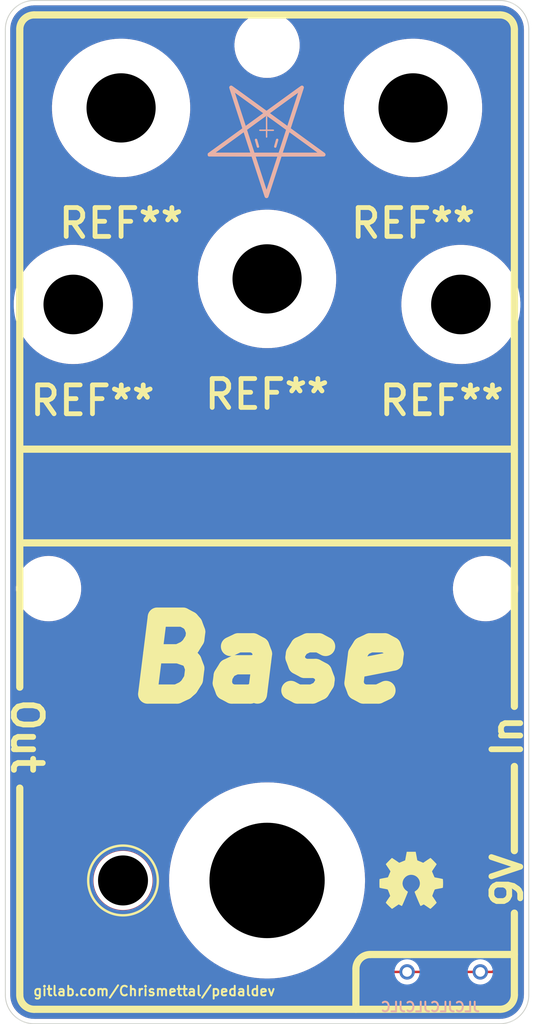
<source format=kicad_pcb>
(kicad_pcb (version 20211014) (generator pcbnew)
  (layers (0 "F.Cu" signal) (31 "B.Cu" signal) (34 "B.Paste" user) (35 "F.Paste" user) (36 "B.SilkS" user "B.Silkscreen") (37 "F.SilkS" user "F.Silkscreen") (38 "B.Mask" user) (39 "F.Mask" user) (44 "Edge.Cuts" user))
  (property "Commit" "Commit")
  (property "Link" "gitlab.com/Chrismettal/pedaldev")
  (property "Name" "Template")
  (net 0 "")
  (footprint "MeineBib:Binary_6_v0.1_tiny_silk" (layer "F.Cu") (at 167.9144 160.4512)
    (fp_text reference "H7" hide)
    (fp_text value "Symbol_Binary6" hide)
    (fp_text user "Binary-6" (at -2.0654 0.8) (layer "F.Cu") (effects (font (size 1.2 1.2) (thickness 0.2))))
    (fp_line (start 6.0706 -1.9812) (end 7 -1.9812) (layer "F.Cu") (width 0.25))
    (fp_line (start 7 -1.2192) (end 6.5786 -1.2192) (layer "F.Cu") (width 0.25))
    (fp_line (start 6.5786 -1.2192) (end 3.5306 1.8288) (layer "F.Cu") (width 0.25))
    (fp_line (start 1.2446 -0.9652) (end 3.7846 -0.9652) (layer "F.Cu") (width 0.25))
    (fp_line (start -3.8354 -0.9652) (end -1.2954 -0.9652) (layer "F.Cu") (width 0.25))
    (fp_line (start 5.0546 -0.9652) (end 6.0706 -1.9812) (layer "F.Cu") (width 0.25))
    (fp_line (start -3.8354 -0.9652) (end -5.6134 -0.9652) (layer "F.Cu") (width 0.25))
    (fp_line (start -5.6134 -0.9652) (end -8.4074 1.8288) (layer "F.Cu") (width 0.25))
    (fp_line (start 3.5306 1.8288) (end -8.4074 1.8288) (layer "F.Cu") (width 0.25))
    (fp_line (start -8.4074 1.8288) (end -8.8288 1.8288) (layer "F.Cu") (width 0.25))
    (fp_line (start 3.7846 -0.9652) (end 5.0546 -0.9652) (layer "F.Cu") (width 0.25))
    (pad "" thru_hole oval (at 3.7846 -0.9652) (size 1.6 1.6) (drill 1) (layers *.Cu *.Mask))
    (pad "" thru_hole circle (at -3.8354 -0.9652) (size 1.6 1.6) (drill 1) (layers *.Cu *.Mask))
    (pad "" smd roundrect (at 0.8446 -0.9652) (size 0.9 1.8) (layers "F.Cu" "F.Mask"))
    (pad "" smd roundrect (at -0.8954 -0.9652) (size 0.9 1.8) (layers "F.Cu" "F.Mask"))
  )
  (footprint "Symbol:OSHW-Symbol_6.7x6mm_SilkScreen" (layer "F.Cu") (at 164.5 149.975)
    (fp_text reference "REF**" hide)
    (fp_text value "OSHW-Symbol_6.7x6mm_SilkScreen" hide)
  )
  (footprint "MeineBib:Drill_LED5mm" (layer "F.Cu") (at 134.5 149.975)
    (fp_text reference "REF**" hide)
    (fp_text value "Drill_LED5mm" hide)
    (fp_circle (center 0 0) (end 3.325 0) (layer "F.Cu") (width 0.5) (fill none))
    (pad "" np_thru_hole circle (at 0 0) (size 7 7) (drill 0.762) (layers *.Mask))
    (pad "" np_thru_hole circle (at 0 0) (size 5.2 5.2) (drill 5.2) (layers *.Mask))
  )
  (footprint "MeineBib:Drill_9mmPot_7,2mm" (layer "F.Cu") (at 134.3 69.645)
    (fp_text reference "REF**" (at 0 12 unlocked) (layer "F.SilkS") (effects (font (size 3 3) (thickness 0.5))))
    (fp_text value "Drill_9mmPot_7,2mm" hide)
    (pad "" np_thru_hole circle (at 0 0) (size 7.2 7.2) (drill 7.2) (layers *.Mask) (clearance 3.6))
    (pad "" np_thru_hole circle (at 0 0) (size 14 14) (drill 0.762) (layers *.Mask))
  )
  (footprint "MeineBib:EigenesMountingHole_3.2mm_M3_Small" (layer "F.Cu") (at 126.75 119.63)
    (fp_text reference "MK2" hide)
    (fp_text value "Mounting_Hole_M3" hide)
    (pad "" np_thru_hole circle (at 0 0) (size 3.2 3.2) (drill 3.2) (layers F&B.Cu *.Mask) (clearance 1.8))
  )
  (footprint "MeineBib:Drill_ToggleSwitch_6,2mm" (layer "F.Cu") (at 169.68 90.085)
    (fp_text reference "REF**" (at -2 10 unlocked) (layer "F.SilkS") (effects (font (size 3 3) (thickness 0.5))))
    (fp_text value "Drill_ToggleSwitch_6,2mm" hide)
    (pad "" np_thru_hole circle (at 0 0) (size 6.2 6.2) (drill 6.2) (layers *.Mask) (clearance 3.1))
    (pad "" np_thru_hole circle (at 0 0) (size 12 12) (drill 0.762) (layers *.Mask))
  )
  (footprint "MeineBib:Drill_ToggleSwitch_6,2mm" (layer "F.Cu") (at 129.32 90.085)
    (fp_text reference "REF**" (at 2 10 unlocked) (layer "F.SilkS") (effects (font (size 3 3) (thickness 0.5))))
    (fp_text value "Drill_ToggleSwitch_6,2mm" hide)
    (pad "" np_thru_hole circle (at 0 0) (size 6.2 6.2) (drill 6.2) (layers *.Mask) (clearance 3.1))
    (pad "" np_thru_hole circle (at 0 0) (size 12 12) (drill 0.762) (layers *.Mask))
  )
  (footprint "MeineBib:Drill_9mmPot_7,2mm" (layer "F.Cu") (at 149.5 87.425)
    (fp_text reference "REF**" (at 0 12 unlocked) (layer "F.SilkS") (effects (font (size 3 3) (thickness 0.5))))
    (fp_text value "Drill_9mmPot_7,2mm" hide)
    (pad "" np_thru_hole circle (at 0 0) (size 7.2 7.2) (drill 7.2) (layers *.Mask) (clearance 3.6))
    (pad "" np_thru_hole circle (at 0 0) (size 14 14) (drill 0.762) (layers *.Mask))
  )
  (footprint "MeineBib:EigenesMountingHole_3.2mm_M3_Small" (layer "F.Cu") (at 172.25 119.63)
    (fp_text reference "MK2" hide)
    (fp_text value "Mounting_Hole_M3" hide)
    (pad "" np_thru_hole circle (at 0 0) (size 3.2 3.2) (drill 3.2) (layers F&B.Cu *.Mask) (clearance 1.8))
  )
  (footprint "MeineBib:Drill_FootSwitch_12mm" (layer "F.Cu") (at 149.5 149.975)
    (fp_text reference "REF**" hide)
    (fp_text value "Drill_FootSwitch_12mm" hide)
    (pad "" np_thru_hole circle (at 0 0) (size 12 12) (drill 12) (layers *.Mask) (clearance 4.2))
    (pad "" np_thru_hole circle (at 0 0) (size 20 20) (drill 0.762) (layers *.Mask) (clearance 4))
  )
  (footprint "MeineBib:EigenesMountingHole_3.2mm_M3_Small" (layer "F.Cu") (at 149.5 63.13)
    (fp_text reference "MK2" hide)
    (fp_text value "Mounting_Hole_M3" hide)
    (pad "" np_thru_hole circle (at 0 0) (size 3.2 3.2) (drill 3.2) (layers F&B.Cu *.Mask) (clearance 1.8))
  )
  (footprint "MeineBib:Drill_9mmPot_7,2mm" (layer "F.Cu") (at 164.7 69.645)
    (fp_text reference "REF**" (at 0 12 unlocked) (layer "F.SilkS") (effects (font (size 3 3) (thickness 0.5))))
    (fp_text value "Drill_9mmPot_7,2mm" hide)
    (pad "" np_thru_hole circle (at 0 0) (size 14 14) (drill 0.762) (layers *.Mask))
    (pad "" np_thru_hole circle (at 0 0) (size 7.2 7.2) (drill 7.2) (layers *.Mask) (clearance 3.6))
  )
  (footprint "MeineBib:PentThin" (layer "B.Cu") (at 149.450706 72.767826 180)
    (fp_text reference "MK6" hide)
    (fp_text value "PentThin" hide)
  )
  (gr_line (start 175.25 161.875) (end 175.25 153.375) (layer "F.SilkS") (width 0.75))
  (gr_line (start 175.25 146.875) (end 175.25 138.125) (layer "F.SilkS") (width 0.75))
  (gr_line (start 160.25 157.675) (end 175.25 157.675) (layer "F.SilkS") (width 0.75))
  (gr_line (start 123.75 161.875) (end 123.75 140.375) (layer "F.SilkS") (width 0.75))
  (gr_arc (start 123.75 61.475) (mid 124.18934 60.41434) (end 125.25 59.975) (layer "F.SilkS") (width 0.75))
  (gr_line (start 123.75 61.475) (end 123.75 129.875) (layer "F.SilkS") (width 0.75))
  (gr_line (start 173.75 163.375) (end 125.25 163.375) (layer "F.SilkS") (width 0.75))
  (gr_arc (start 175.25 161.875) (mid 174.81066 162.93566) (end 173.75 163.375) (layer "F.SilkS") (width 0.75))
  (gr_line (start 125.25 59.975) (end 173.75 59.975) (layer "F.SilkS") (width 0.75))
  (gr_arc (start 173.75 59.975) (mid 174.81066 60.41434) (end 175.25 61.475) (layer "F.SilkS") (width 0.75))
  (gr_line (start 158.75 159.175) (end 158.75 163.375) (layer "F.SilkS") (width 0.75))
  (gr_arc (start 158.75 159.175) (mid 159.18934 158.11434) (end 160.25 157.675) (layer "F.SilkS") (width 0.75))
  (gr_arc (start 125.25 163.375) (mid 124.18934 162.93566) (end 123.75 161.875) (layer "F.SilkS") (width 0.75))
  (gr_line (start 175.25 105.13) (end 123.75 105.13) (layer "F.SilkS") (width 0.75))
  (gr_line (start 175.25 61.475) (end 175.25 131.875) (layer "F.SilkS") (width 0.75))
  (gr_line (start 123.75 114.875) (end 175.25 114.875) (layer "F.SilkS") (width 0.75))
  (gr_arc (start 125.25 164.875) (mid 123.12868 163.99632) (end 122.25 161.875) (layer "Edge.Cuts") (width 0.1))
  (gr_line (start 122.25 61.475) (end 122.25 161.875) (layer "Edge.Cuts") (width 0.1))
  (gr_arc (start 122.25 61.475) (mid 123.12868 59.35368) (end 125.25 58.475) (layer "Edge.Cuts") (width 0.1))
  (gr_arc (start 176.75 161.875) (mid 175.87132 163.99632) (end 173.75 164.875) (layer "Edge.Cuts") (width 0.1))
  (gr_line (start 173.75 164.875) (end 125.25 164.875) (layer "Edge.Cuts") (width 0.1))
  (gr_line (start 173.75 58.475) (end 125.25 58.475) (layer "Edge.Cuts") (width 0.1))
  (gr_line (start 176.75 161.875) (end 176.75 61.475) (layer "Edge.Cuts") (width 0.1))
  (gr_arc (start 173.75 58.475) (mid 175.87132 59.35368) (end 176.75 61.475) (layer "Edge.Cuts") (width 0.1))
  (gr_text "JLCJLCJLCJLC" (at 166.5 163.13) (layer "B.SilkS") (effects (font (size 1 1) (thickness 0.2)) (justify mirror)))
  (gr_text "9V" (at 174.5 149.975 90) (layer "F.SilkS") (effects (font (size 3 3) (thickness 0.6))))
  (gr_text "${Link}" (at 137.75 161.475) (layer "F.SilkS") (effects (font (size 1 1) (thickness 0.2))))
  (gr_text "Out" (at 124.5 134.975 270) (layer "F.SilkS") (effects (font (size 3 3) (thickness 0.6))))
  (gr_text "Base" (at 149.5 127) (layer "F.SilkS") (effects (font (size 8 8) (thickness 2) italic)))
  (gr_text "In" (at 174.5 134.975 90) (layer "F.SilkS") (effects (font (size 3 3) (thickness 0.6))))
  (zone (net 0) (net_name "") (layers F&B.Cu) (connect_pads (clearance 0.508)) (min_thickness 0.254) (fill yes (thermal_gap 0.508) (thermal_bridge_width 0.508))
    (polygon (pts (xy 176.742 164.84) (xy 122.266 164.84) (xy 122.266 58.491) (xy 176.742 58.491)))
  )
  (zone (net 0) (net_name "") (layer "F.Cu") (connect_pads (clearance 0)) (min_thickness 0.254)
    (keepout (tracks allowed) (vias allowed) (pads allowed) (copperpour not_allowed) (footprints allowed))
    (fill (thermal_gap 0.508) (thermal_bridge_width 0.508))
    (polygon (pts (xy 174.89 163.015) (xy 159.12 163.015) (xy 159.12 158.045) (xy 174.89 158.045)))
  )
)
</source>
